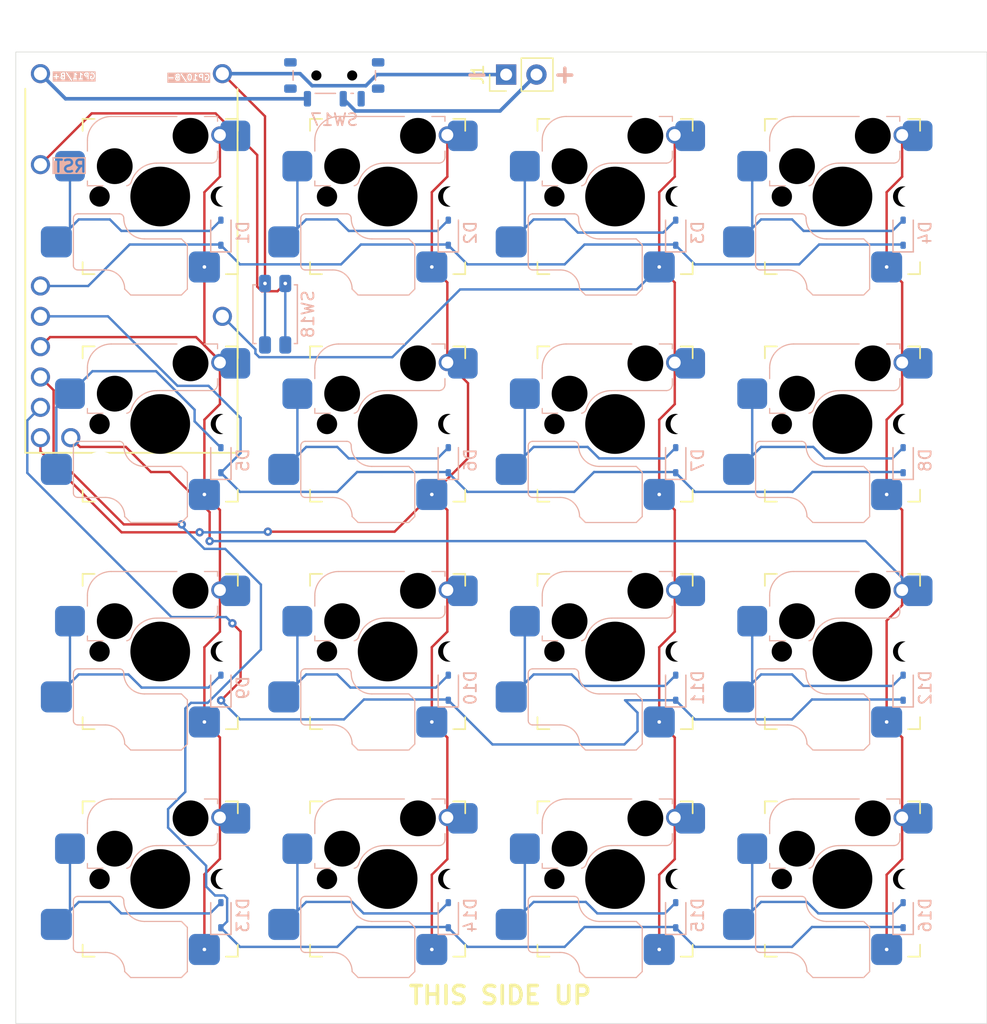
<source format=kicad_pcb>
(kicad_pcb (version 20241229) (generator "pcbnew") (generator_version "9.0")
  (layers (0 "F.Cu" signal) (2 "B.Cu" signal) (13 "F.Paste" user) (15 "B.Paste" user) (5 "F.SilkS" user "F.Silkscreen") (7 "B.SilkS" user "B.Silkscreen") (1 "F.Mask" user) (3 "B.Mask" user) (25 "Edge.Cuts" user))
  (net 0 "")
  (net 1 "ROW0")
  (net 2 "Net-(D1-A)")
  (net 3 "Net-(D2-A)")
  (net 4 "Net-(D3-A)")
  (net 5 "Net-(D4-A)")
  (net 6 "ROW1")
  (net 7 "Net-(D5-A)")
  (net 8 "Net-(D6-A)")
  (net 9 "Net-(D7-A)")
  (net 10 "Net-(D8-A)")
  (net 11 "Net-(D9-A)")
  (net 12 "ROW2")
  (net 13 "Net-(D10-A)")
  (net 14 "Net-(D11-A)")
  (net 15 "Net-(D12-A)")
  (net 16 "ROW3")
  (net 17 "Net-(D13-A)")
  (net 18 "Net-(D14-A)")
  (net 19 "Net-(D15-A)")
  (net 20 "Net-(D16-A)")
  (net 21 "Net-(J1-Pin_1)")
  (net 22 "Net-(J1-Pin_2)")
  (net 23 "COL0")
  (net 24 "COL1")
  (net 25 "COL2")
  (net 26 "COL3")
  (net 27 "Net-(U2-GP11(B+))")
  (net 28 "Net-(U2-RST)")
  (footprint "key-switches:SW_MX_Kailh_Choc_V1V2_HotSwap_Hybrid" (layer "F.Cu") (at 76.2 57.15)
    (property "Reference" "SW7" (hide yes))
    (property "Value" "SW_Push" (hide yes))
  )
  (footprint "key-switches:SW_MX_Kailh_Choc_V1V2_HotSwap_Hybrid" (layer "F.Cu") (at 95.25 76.2)
    (property "Reference" "SW12" (hide yes))
    (property "Value" "SW_Push" (hide yes))
  )
  (footprint "key-switches:SW_MX_Kailh_Choc_V1V2_HotSwap_Hybrid" (layer "F.Cu") (at 76.2 38.1)
    (property "Reference" "SW3" (hide yes))
    (property "Value" "SW_Push" (hide yes))
  )
  (footprint "key-switches:SW_MX_Kailh_Choc_V1V2_HotSwap_Hybrid" (layer "F.Cu") (at 57.15 76.2)
    (property "Reference" "SW10" (hide yes))
    (property "Value" "SW_Push" (hide yes))
  )
  (footprint "Connector_PinHeader_2.54mm:PinHeader_1x02_P2.54mm_Vertical" (layer "F.Cu") (at 67.0764 27.8892 90)
    (property "Reference" "J1")
    (property "Value" "Conn_01x02_Pin")
  )
  (footprint "key-switches:SW_MX_Kailh_Choc_V1V2_HotSwap_Hybrid" (layer "F.Cu") (at 76.2 95.25)
    (property "Reference" "SW15" (hide yes))
    (property "Value" "SW_Push" (hide yes))
  )
  (footprint "key-switches:SW_MX_Kailh_Choc_V1V2_HotSwap_Hybrid" (layer "F.Cu") (at 38.1 57.15)
    (property "Reference" "SW5" (hide yes))
    (property "Value" "SW_Push" (hide yes))
  )
  (footprint "key-switches:SW_MX_Kailh_Choc_V1V2_HotSwap_Hybrid" (layer "F.Cu") (at 76.2 76.2)
    (property "Reference" "SW11" (hide yes))
    (property "Value" "SW_Push" (hide yes))
  )
  (footprint "key-switches:SW_MX_Kailh_Choc_V1V2_HotSwap_Hybrid" (layer "F.Cu") (at 38.1 95.25)
    (property "Reference" "SW13" (hide yes))
    (property "Value" "SW_Push" (hide yes))
  )
  (footprint "key-switches:SW_MX_Kailh_Choc_V1V2_HotSwap_Hybrid" (layer "F.Cu") (at 95.25 57.15)
    (property "Reference" "SW8" (hide yes))
    (property "Value" "SW_Push" (hide yes))
  )
  (footprint "key-switches:SW_MX_Kailh_Choc_V1V2_HotSwap_Hybrid" (layer "F.Cu") (at 57.15 38.1)
    (property "Reference" "SW2" (hide yes))
    (property "Value" "SW_Push" (hide yes))
  )
  (footprint "TheOneProMicro:TheOneProMacro" (layer "F.Cu") (at 36.957 43.053)
    (property "Reference" "U2" (hide yes))
    (property "Value" "ProMicro")
  )
  (footprint "key-switches:SW_MX_Kailh_Choc_V1V2_HotSwap_Hybrid" (layer "F.Cu") (at 95.25 38.1)
    (property "Reference" "SW4" (hide yes))
    (property "Value" "SW_Push" (hide yes))
  )
  (footprint "key-switches:SW_MX_Kailh_Choc_V1V2_HotSwap_Hybrid" (layer "F.Cu") (at 95.25 95.25)
    (property "Reference" "SW16" (hide yes))
    (property "Value" "SW_Push" (hide yes))
  )
  (footprint "key-switches:SW_MX_Kailh_Choc_V1V2_HotSwap_Hybrid" (layer "F.Cu") (at 57.15 57.15)
    (property "Reference" "SW6" (hide yes))
    (property "Value" "SW_Push" (hide yes))
  )
  (footprint "key-switches:SW_MX_Kailh_Choc_V1V2_HotSwap_Hybrid" (layer "F.Cu") (at 38.1 76.2)
    (property "Reference" "SW9" (hide yes))
    (property "Value" "SW_Push" (hide yes))
  )
  (footprint "key-switches:SW_MX_Kailh_Choc_V1V2_HotSwap_Hybrid" (layer "F.Cu") (at 38.1 38.1)
    (property "Reference" "SW1" (hide yes))
    (property "Value" "SW_Push" (hide yes))
  )
  (footprint "key-switches:SW_MX_Kailh_Choc_V1V2_HotSwap_Hybrid" (layer "F.Cu") (at 57.15 95.25)
    (property "Reference" "SW14" (hide yes))
    (property "Value" "SW_Push" (hide yes))
  )
  (footprint "Diode_SMD:D_SOD-323" (layer "B.Cu") (at 81.28 98.28 90)
    (property "Reference" "D15")
    (property "Value" "D")
  )
  (footprint "Button_Switch_SMD:SW_SPDT_Shouhan_MSK12C02" (layer "B.Cu") (at 52.6796 27.9654)
    (property "Reference" "SW17")
    (property "Value" "SW_DIP_x01")
  )
  (footprint "Diode_SMD:D_SOD-323" (layer "B.Cu") (at 43.18 41.13 90)
    (property "Reference" "D1")
    (property "Value" "D")
  )
  (footprint "Diode_SMD:D_SOD-323" (layer "B.Cu") (at 43.18 60.18 90)
    (property "Reference" "D5")
    (property "Value" "D")
  )
  (footprint "Diode_SMD:D_SOD-323" (layer "B.Cu") (at 43.18 98.28 90)
    (property "Reference" "D13")
    (property "Value" "D")
  )
  (footprint "Diode_SMD:D_SOD-323" (layer "B.Cu") (at 81.28 41.13 90)
    (property "Reference" "D3")
    (property "Value" "D")
  )
  (footprint "Diode_SMD:D_SOD-323" (layer "B.Cu") (at 62.23 98.28 90)
    (property "Reference" "D14")
    (property "Value" "D")
  )
  (footprint "Diode_SMD:D_SOD-323" (layer "B.Cu") (at 62.23 60.18 90)
    (property "Reference" "D6")
    (property "Value" "D")
  )
  (footprint "Diode_SMD:D_SOD-323" (layer "B.Cu") (at 100.33 98.28 90)
    (property "Reference" "D16")
    (property "Value" "D")
  )
  (footprint "Diode_SMD:D_SOD-323" (layer "B.Cu") (at 62.23 41.13 90)
    (property "Reference" "D2")
    (property "Value" "D")
  )
  (footprint "Diode_SMD:D_SOD-323" (layer "B.Cu") (at 100.33 41.13 90)
    (property "Reference" "D4")
    (property "Value" "D")
  )
  (footprint "Diode_SMD:D_SOD-323" (layer "B.Cu") (at 100.33 60.18 90)
    (property "Reference" "D8")
    (property "Value" "D")
  )
  (footprint "Button_Switch_SMD:SW_SPST_EVQP2_MiddlePushTravel_H2.5mm" (layer "B.Cu") (at 47.7266 47.9552 90)
    (property "Reference" "SW18")
    (property "Value" "SW_Push")
  )
  (footprint "Diode_SMD:D_SOD-323" (layer "B.Cu") (at 100.33 79.23 90)
    (property "Reference" "D12")
    (property "Value" "D")
  )
  (footprint "Diode_SMD:D_SOD-323" (layer "B.Cu") (at 81.28 79.23 90)
    (property "Reference" "D11")
    (property "Value" "D")
  )
  (footprint "Diode_SMD:D_SOD-323" (layer "B.Cu") (at 81.28 60.18 90)
    (property "Reference" "D7")
    (property "Value" "D")
  )
  (footprint "Diode_SMD:D_SOD-323" (layer "B.Cu") (at 62.23 79.23 90)
    (property "Reference" "D10")
    (property "Value" "D")
  )
  (footprint "Diode_SMD:D_SOD-323" (layer "B.Cu") (at 43.18 79.23 90)
    (property "Reference" "D9")
    (property "Value" "D")
  )
  (gr_rect (start 26 26) (end 107.35 107.35) (stroke (width 0.05)) (fill no) (layer "Edge.Cuts"))
  (gr_text "THIS SIDE UP" (at 66.5734 105.8672 0) (layer "F.SilkS") (effects (font (size 1.5 1.5) (thickness 0.3) (bold yes)) (justify bottom)))
  (gr_text "GP11/B+" (at 32.7406 28.321 0) (layer "B.SilkS" knockout) (effects (font (size 0.5 0.5) (thickness 0.1) (bold yes)) (justify left bottom mirror)))
  (gr_text "-" (at 63.5 28.702 0) (layer "B.SilkS") (effects (font (size 1.5 1.5) (thickness 0.3) (bold yes)) (justify left bottom)))
  (gr_text "+" (at 70.866 28.702 0) (layer "B.SilkS") (effects (font (size 1.5 1.5) (thickness 0.3) (bold yes)) (justify left bottom)))
  (segment (start 62.23 42.18) (end 62.169 42.119) (width 0.2) (layer "B.Cu") (net 1))
  (segment (start 53.247 43.781) (end 44.781 43.781) (width 0.2) (layer "B.Cu") (net 1))
  (segment (start 100.269 42.119) (end 93.2884 42.119) (width 0.2) (layer "B.Cu") (net 1))
  (segment (start 32.067136 45.593) (end 28.067 45.593) (width 0.2) (layer "B.Cu") (net 1))
  (segment (start 93.2884 42.119) (end 91.6264 43.781) (width 0.2) (layer "B.Cu") (net 1))
  (segment (start 82.881 43.781) (end 81.28 42.18) (width 0.2) (layer "B.Cu") (net 1))
  (segment (start 44.781 43.781) (end 43.18 42.18) (width 0.2) (layer "B.Cu") (net 1))
  (segment (start 71.979136 43.781) (end 63.831 43.781) (width 0.2) (layer "B.Cu") (net 1))
  (segment (start 43.18 42.18) (end 43.119 42.119) (width 0.2) (layer "B.Cu") (net 1))
  (segment (start 54.909 42.119) (end 53.247 43.781) (width 0.2) (layer "B.Cu") (net 1))
  (segment (start 91.6264 43.781) (end 82.881 43.781) (width 0.2) (layer "B.Cu") (net 1))
  (segment (start 81.219 42.119) (end 73.641136 42.119) (width 0.2) (layer "B.Cu") (net 1))
  (segment (start 35.541136 42.119) (end 32.067136 45.593) (width 0.2) (layer "B.Cu") (net 1))
  (segment (start 73.641136 42.119) (end 71.979136 43.781) (width 0.2) (layer "B.Cu") (net 1))
  (segment (start 63.831 43.781) (end 62.23 42.18) (width 0.2) (layer "B.Cu") (net 1))
  (segment (start 81.28 42.18) (end 81.219 42.119) (width 0.2) (layer "B.Cu") (net 1))
  (segment (start 62.169 42.119) (end 54.909 42.119) (width 0.2) (layer "B.Cu") (net 1))
  (segment (start 43.119 42.119) (end 35.541136 42.119) (width 0.2) (layer "B.Cu") (net 1))
  (segment (start 100.33 42.18) (end 100.269 42.119) (width 0.2) (layer "B.Cu") (net 1))
  (segment (start 34.841136 40.981) (end 33.879136 40.019) (width 0.2) (layer "B.Cu") (net 2))
  (segment (start 33.879136 40.019) (end 31.281 40.019) (width 0.2) (layer "B.Cu") (net 2))
  (segment (start 30.54 40.76) (end 29.4 41.9) (width 0.2) (layer "B.Cu") (net 2))
  (segment (start 42.279 40.981) (end 34.841136 40.981) (width 0.2) (layer "B.Cu") (net 2))
  (segment (start 30.54 35.56) (end 30.54 40.76) (width 0.2) (layer "B.Cu") (net 2))
  (segment (start 43.18 40.08) (end 42.279 40.981) (width 0.2) (layer "B.Cu") (net 2))
  (segment (start 31.281 40.019) (end 29.4 41.9) (width 0.2) (layer "B.Cu") (net 2))
  (segment (start 52.929136 40.019) (end 50.331 40.019) (width 0.2) (layer "B.Cu") (net 3))
  (segment (start 62.23 40.08) (end 61.329 40.981) (width 0.2) (layer "B.Cu") (net 3))
  (segment (start 50.331 40.019) (end 48.45 41.9) (width 0.2) (layer "B.Cu") (net 3))
  (segment (start 53.891136 40.981) (end 52.929136 40.019) (width 0.2) (layer "B.Cu") (net 3))
  (segment (start 49.59 35.56) (end 49.59 40.76) (width 0.2) (layer "B.Cu") (net 3))
  (segment (start 49.59 40.76) (end 48.45 41.9) (width 0.2) (layer "B.Cu") (net 3))
  (segment (start 61.329 40.981) (end 53.891136 40.981) (width 0.2) (layer "B.Cu") (net 3))
  (segment (start 68.64 40.76) (end 67.5 41.9) (width 0.2) (layer "B.Cu") (net 4))
  (segment (start 68.64 35.56) (end 68.64 40.76) (width 0.2) (layer "B.Cu") (net 4))
  (segment (start 69.381 40.019) (end 67.5 41.9) (width 0.2) (layer "B.Cu") (net 4))
  (segment (start 81.28 40.08) (end 80.239136 41.120864) (width 0.2) (layer "B.Cu") (net 4))
  (segment (start 71.979136 40.019) (end 69.381 40.019) (width 0.2) (layer "B.Cu") (net 4))
  (segment (start 73.081 41.120864) (end 71.979136 40.019) (width 0.2) (layer "B.Cu") (net 4))
  (segment (start 80.239136 41.120864) (end 73.081 41.120864) (width 0.2) (layer "B.Cu") (net 4))
  (segment (start 91.029136 40.019) (end 88.431 40.019) (width 0.2) (layer "B.Cu") (net 5))
  (segment (start 100.33 40.08) (end 99.429 40.981) (width 0.2) (layer "B.Cu") (net 5))
  (segment (start 91.991136 40.981) (end 91.029136 40.019) (width 0.2) (layer "B.Cu") (net 5))
  (segment (start 87.69 35.56) (end 87.69 40.76) (width 0.2) (layer "B.Cu") (net 5))
  (segment (start 88.431 40.019) (end 86.55 41.9) (width 0.2) (layer "B.Cu") (net 5))
  (segment (start 99.429 40.981) (end 91.991136 40.981) (width 0.2) (layer "B.Cu") (net 5))
  (segment (start 87.69 40.76) (end 86.55 41.9) (width 0.2) (layer "B.Cu") (net 5))
  (segment (start 43.18 61.23) (end 44.8319 59.5781) (width 0.2) (layer "B.Cu") (net 6))
  (segment (start 44.8319 59.5781) (end 44.8319 56.63973) (width 0.2) (layer "B.Cu") (net 6))
  (segment (start 42.14317 53.951) (end 39.542449 53.951) (width 0.2) (layer "B.Cu") (net 6))
  (segment (start 52.929136 62.831) (end 44.781 62.831) (width 0.2) (layer "B.Cu") (net 6))
  (segment (start 54.591136 61.169) (end 52.929136 62.831) (width 0.2) (layer "B.Cu") (net 6))
  (segment (start 74.4416 61.169) (end 72.7796 62.831) (width 0.2) (layer "B.Cu") (net 6))
  (segment (start 62.169 61.169) (end 54.591136 61.169) (width 0.2) (layer "B.Cu") (net 6))
  (segment (start 72.7796 62.831) (end 63.831 62.831) (width 0.2) (layer "B.Cu") (net 6))
  (segment (start 81.28 61.23) (end 81.219 61.169) (width 0.2) (layer "B.Cu") (net 6))
  (segment (start 63.831 62.831) (end 62.23 61.23) (width 0.2) (layer "B.Cu") (net 6))
  (segment (start 82.881 62.831) (end 81.28 61.23) (width 0.2) (layer "B.Cu") (net 6))
  (segment (start 44.781 62.831) (end 43.18 61.23) (width 0.2) (layer "B.Cu") (net 6))
  (segment (start 100.269 61.169) (end 92.7296 61.169) (width 0.2) (layer "B.Cu") (net 6))
  (segment (start 91.0676 62.831) (end 82.881 62.831) (width 0.2) (layer "B.Cu") (net 6))
  (segment (start 62.23 61.23) (end 62.169 61.169) (width 0.2) (layer "B.Cu") (net 6))
  (segment (start 81.219 61.169) (end 74.4416 61.169) (width 0.2) (layer "B.Cu") (net 6))
  (segment (start 44.8319 56.63973) (end 42.14317 53.951) (width 0.2) (layer "B.Cu") (net 6))
  (segment (start 92.7296 61.169) (end 91.0676 62.831) (width 0.2) (layer "B.Cu") (net 6))
  (segment (start 39.542449 53.951) (end 33.724449 48.133) (width 0.2) (layer "B.Cu") (net 6))
  (segment (start 33.724449 48.133) (end 28.067 48.133) (width 0.2) (layer "B.Cu") (net 6))
  (segment (start 100.33 61.23) (end 100.269 61.169) (width 0.2) (layer "B.Cu") (net 6))
  (segment (start 29.4 55.75) (end 29.4 60.95) (width 0.2) (layer "B.Cu") (net 7))
  (segment (start 43.18 59.13) (end 40.981 56.931) (width 0.2) (layer "B.Cu") (net 7))
  (segment (start 37.753349 52.729) (end 32.421 52.729) (width 0.2) (layer "B.Cu") (net 7))
  (segment (start 32.421 52.729) (end 30.54 54.61) (width 0.2) (layer "B.Cu") (net 7))
  (segment (start 30.54 54.61) (end 29.4 55.75) (width 0.2) (layer "B.Cu") (net 7))
  (segment (start 40.981 56.931) (end 40.981 55.956651) (width 0.2) (layer "B.Cu") (net 7))
  (segment (start 40.981 55.956651) (end 37.753349 52.729) (width 0.2) (layer "B.Cu") (net 7))
  (segment (start 52.929136 59.069) (end 50.331 59.069) (width 0.2) (layer "B.Cu") (net 8))
  (segment (start 61.329 60.031) (end 53.891136 60.031) (width 0.2) (layer "B.Cu") (net 8))
  (segment (start 53.891136 60.031) (end 52.929136 59.069) (width 0.2) (layer "B.Cu") (net 8))
  (segment (start 62.23 59.13) (end 61.329 60.031) (width 0.2) (layer "B.Cu") (net 8))
  (segment (start 50.331 59.069) (end 48.45 60.95) (width 0.2) (layer "B.Cu") (net 8))
  (segment (start 49.59 59.81) (end 48.45 60.95) (width 0.2) (layer "B.Cu") (net 8))
  (segment (start 49.59 54.61) (end 49.59 59.81) (width 0.2) (layer "B.Cu") (net 8))
  (segment (start 73.9026 59.069) (end 69.381 59.069) (width 0.2) (layer "B.Cu") (net 9))
  (segment (start 80.379 60.031) (end 74.8646 60.031) (width 0.2) (layer "B.Cu") (net 9))
  (segment (start 68.64 59.81) (end 67.5 60.95) (width 0.2) (layer "B.Cu") (net 9))
  (segment (start 68.64 54.61) (end 68.64 59.81) (width 0.2) (layer "B.Cu") (net 9))
  (segment (start 74.8646 60.031) (end 73.9026 59.069) (width 0.2) (layer "B.Cu") (net 9))
  (segment (start 69.381 59.069) (end 67.5 60.95) (width 0.2) (layer "B.Cu") (net 9))
  (segment (start 81.28 59.13) (end 80.379 60.031) (width 0.2) (layer "B.Cu") (net 9))
  (segment (start 87.69 59.81) (end 86.55 60.95) (width 0.2) (layer "B.Cu") (net 10))
  (segment (start 88.431 59.069) (end 86.55 60.95) (width 0.2) (layer "B.Cu") (net 10))
  (segment (start 92.8002 59.069) (end 88.431 59.069) (width 0.2) (layer "B.Cu") (net 10))
  (segment (start 93.7622 60.031) (end 92.8002 59.069) (width 0.2) (layer "B.Cu") (net 10))
  (segment (start 99.429 60.031) (end 93.7622 60.031) (width 0.2) (layer "B.Cu") (net 10))
  (segment (start 100.33 59.13) (end 99.429 60.031) (width 0.2) (layer "B.Cu") (net 10))
  (segment (start 87.69 54.61) (end 87.69 59.81) (width 0.2) (layer "B.Cu") (net 10))
  (segment (start 30.54 73.66) (end 30.54 78.86) (width 0.2) (layer "B.Cu") (net 11))
  (segment (start 30.54 78.86) (end 29.4 80) (width 0.2) (layer "B.Cu") (net 11))
  (segment (start 35.437408 78.119) (end 31.281 78.119) (width 0.2) (layer "B.Cu") (net 11))
  (segment (start 31.281 78.119) (end 29.4 80) (width 0.2) (layer "B.Cu") (net 11))
  (segment (start 43.18 78.18) (end 42.139136 79.220864) (width 0.2) (layer "B.Cu") (net 11))
  (segment (start 36.539272 79.220864) (end 35.437408 78.119) (width 0.2) (layer "B.Cu") (net 11))
  (segment (start 42.139136 79.220864) (end 36.539272 79.220864) (width 0.2) (layer "B.Cu") (net 11))
  (segment (start 44.8319 78.659446) (end 44.8319 74.5245) (width 0.2) (layer "F.Cu") (net 12))
  (segment (start 44.8319 74.5245) (end 44.1452 73.8378) (width 0.2) (layer "F.Cu") (net 12))
  (segment (start 43.195673 80.295673) (end 44.8319 78.659446) (width 0.2) (layer "F.Cu") (net 12))
  (via (at 44.1452 73.8378) (size 0.7) (drill 0.3) (layers "F.Cu" "B.Cu") (net 12))
  (via (at 43.195673 80.295673) (size 0.7) (drill 0.3) (layers "F.Cu" "B.Cu") (net 12))
  (segment (start 78.081 82.879136) (end 76.979136 83.981) (width 0.2) (layer "B.Cu") (net 12))
  (segment (start 55.163 80.219) (end 53.501 81.881) (width 0.2) (layer "B.Cu") (net 12))
  (segment (start 44.781 81.881) (end 43.18 80.28) (width 0.2) (layer "B.Cu") (net 12))
  (segment (start 65.931 83.981) (end 62.23 80.28) (width 0.2) (layer "B.Cu") (net 12))
  (segment (start 100.33 80.28) (end 100.269 80.219) (width 0.2) (layer "B.Cu") (net 12))
  (segment (start 82.881 81.881) (end 81.28 80.28) (width 0.2) (layer "B.Cu") (net 12))
  (segment (start 39.041014 73.319) (end 26.966 61.243986) (width 0.2) (layer "B.Cu") (net 12))
  (segment (start 44.1452 73.8378) (end 43.6264 73.319) (width 0.2) (layer "B.Cu") (net 12))
  (segment (start 53.501 81.881) (end 44.781 81.881) (width 0.2) (layer "B.Cu") (net 12))
  (segment (start 43.6264 73.319) (end 39.041014 73.319) (width 0.2) (layer "B.Cu") (net 12))
  (segment (start 26.966 56.854) (end 28.067 55.753) (width 0.2) (layer "B.Cu") (net 12))
  (segment (start 78.081 81.320864) (end 78.081 82.879136) (width 0.2) (layer "B.Cu") (net 12))
  (segment (start 100.269 80.219) (end 92.691136 80.219) (width 0.2) (layer "B.Cu") (net 12))
  (segment (start 62.169 80.219) (end 55.163 80.219) (width 0.2) (layer "B.Cu") (net 12))
  (segment (start 77.040136 80.28) (end 78.081 81.320864) (width 0.2) (layer "B.Cu") (net 12))
  (segment (start 92.691136 80.219) (end 91.029136 81.881) (width 0.2) (layer "B.Cu") (net 12))
  (segment (start 62.23 80.28) (end 62.169 80.219) (width 0.2) (layer "B.Cu") (net 12))
  (segment (start 43.18 80.28) (end 43.195673 80.295673) (width 0.2) (layer "B.Cu") (net 12))
  (segment (start 91.029136 81.881) (end 82.881 81.881) (width 0.2) (layer "B.Cu") (net 12))
  (segment (start 76.979136 83.981) (end 65.931 83.981) (width 0.2) (layer "B.Cu") (net 12))
  (segment (start 81.28 80.28) (end 77.040136 80.28) (width 0.2) (layer "B.Cu") (net 12))
  (segment (start 26.966 61.243986) (end 26.966 56.854) (width 0.2) (layer "B.Cu") (net 12))
  (segment (start 52.929136 78.119) (end 50.331 78.119) (width 0.2) (layer "B.Cu") (net 13))
  (segment (start 54.031 79.220864) (end 52.929136 78.119) (width 0.2) (layer "B.Cu") (net 13))
  (segment (start 61.189136 79.220864) (end 54.031 79.220864) (width 0.2) (layer "B.Cu") (net 13))
  (segment (start 49.59 78.86) (end 48.45 80) (width 0.2) (layer "B.Cu") (net 13))
  (segment (start 62.23 78.18) (end 61.189136 79.220864) (width 0.2) (layer "B.Cu") (net 13))
  (segment (start 49.59 73.66) (end 49.59 78.86) (width 0.2) (layer "B.Cu") (net 13))
  (segment (start 50.331 78.119) (end 48.45 80) (width 0.2) (layer "B.Cu") (net 13))
  (segment (start 69.381 78.119) (end 67.5 80) (width 0.2) (layer "B.Cu") (net 14))
  (segment (start 80.379 79.081) (end 73.5184 79.081) (width 0.2) (layer "B.Cu") (net 14))
  (segment (start 68.64 78.86) (end 67.5 80) (width 0.2) (layer "B.Cu") (net 14))
  (segment (start 72.5564 78.119) (end 69.381 78.119) (width 0.2) (layer "B.Cu") (net 14))
  (segment (start 81.28 78.18) (end 80.379 79.081) (width 0.2) (layer "B.Cu") (net 14))
  (segment (start 68.64 73.66) (end 68.64 78.86) (width 0.2) (layer "B.Cu") (net 14))
  (segment (start 73.5184 79.081) (end 72.5564 78.119) (width 0.2) (layer "B.Cu") (net 14))
  (segment (start 88.431 78.119) (end 86.55 80) (width 0.2) (layer "B.Cu") (net 15))
  (segment (start 87.69 73.66) (end 87.69 78.86) (width 0.2) (layer "B.Cu") (net 15))
  (segment (start 100.33 78.18) (end 99.429 79.081) (width 0.2) (layer "B.Cu") (net 15))
  (segment (start 91.991136 79.081) (end 91.029136 78.119) (width 0.2) (layer "B.Cu") (net 15))
  (segment (start 99.429 79.081) (end 91.991136 79.081) (width 0.2) (layer "B.Cu") (net 15))
  (segment (start 87.69 78.86) (end 86.55 80) (width 0.2) (layer "B.Cu") (net 15))
  (segment (start 91.029136 78.119) (end 88.431 78.119) (width 0.2) (layer "B.Cu") (net 15))
  (segment (start 28.067 53.213) (end 29.168 54.314) (width 0.2) (layer "F.Cu") (net 16))
  (segment (start 35.047264 65.5574) (end 39.9034 65.5574) (width 0.2) (layer "F.Cu") (net 16))
  (segment (start 29.168 59.678136) (end 35.047264 65.5574) (width 0.2) (layer "F.Cu") (net 16))
  (segment (start 29.168 54.314) (end 29.168 59.678136) (width 0.2) (layer "F.Cu") (net 16))
  (via (at 39.9034 65.5574) (size 0.7) (drill 0.3) (layers "F.Cu" "B.Cu") (net 16))
  (segment (start 41.8018 67.6054) (end 43.540458 67.6054) (width 0.2) (layer "B.Cu") (net 16))
  (segment (start 71.979136 100.931) (end 63.831 100.931) (width 0.2) (layer "B.Cu") (net 16))
  (segment (start 44.781 100.931) (end 43.18 99.33) (width 0.2) (layer "B.Cu") (net 16))
  (segment (start 91.029136 100.931) (end 82.881 100.931) (width 0.2) (layer "B.Cu") (net 16))
  (segment (start 42.6918 96.629) (end 43.466894 96.629) (width 0.2) (layer "B.Cu") (net 16))
  (segment (start 40.199 80.973014) (end 40.199 87.950864) (width 0.2) (layer "B.Cu") (net 16))
  (segment (start 54.591136 99.269) (end 52.929136 100.931) (width 0.2) (layer "B.Cu") (net 16))
  (segment (start 43.706 98.804) (end 43.18 99.33) (width 0.2) (layer "B.Cu") (net 16))
  (segment (start 81.28 99.33) (end 81.219 99.269) (width 0.2) (layer "B.Cu") (net 16))
  (segment (start 92.691136 99.269) (end 91.029136 100.931) (width 0.2) (layer "B.Cu") (net 16))
  (segment (start 39.9034 65.5574) (end 39.9034 65.707) (width 0.2) (layer "B.Cu") (net 16))
  (segment (start 100.269 99.269) (end 92.691136 99.269) (width 0.2) (layer "B.Cu") (net 16))
  (segment (start 100.33 99.33) (end 100.269 99.269) (width 0.2) (layer "B.Cu") (net 16))
  (segment (start 40.199 87.950864) (end 38.759 89.390864) (width 0.2) (layer "B.Cu") (net 16))
  (segment (start 63.831 100.931) (end 62.23 99.33) (width 0.2) (layer "B.Cu") (net 16))
  (segment (start 41.949 94.139136) (end 41.949 95.8862) (width 0.2) (layer "B.Cu") (net 16))
  (segment (start 43.540458 67.6054) (end 46.5328 70.597742) (width 0.2) (layer "B.Cu") (net 16))
  (segment (start 46.5328 76.039306) (end 42.073106 80.499) (width 0.2) (layer "B.Cu") (net 16))
  (segment (start 52.929136 100.931) (end 44.781 100.931) (width 0.2) (layer "B.Cu") (net 16))
  (segment (start 41.949 95.8862) (end 42.6918 96.629) (width 0.2) (layer "B.Cu") (net 16))
  (segment (start 43.706 96.868106) (end 43.706 98.804) (width 0.2) (layer "B.Cu") (net 16))
  (segment (start 40.673014 80.499) (end 40.199 80.973014) (width 0.2) (layer "B.Cu") (net 16))
  (segment (start 46.5328 70.597742) (end 46.5328 76.039306) (width 0.2) (layer "B.Cu") (net 16))
  (segment (start 42.073106 80.499) (end 40.673014 80.499) (width 0.2) (layer "B.Cu") (net 16))
  (segment (start 62.169 99.269) (end 54.591136 99.269) (width 0.2) (layer "B.Cu") (net 16))
  (segment (start 82.881 100.931) (end 81.28 99.33) (width 0.2) (layer "B.Cu") (net 16))
  (segment (start 43.466894 96.629) (end 43.706 96.868106) (width 0.2) (layer "B.Cu") (net 16))
  (segment (start 62.23 99.33) (end 62.169 99.269) (width 0.2) (layer "B.Cu") (net 16))
  (segment (start 38.759 90.949136) (end 41.949 94.139136) (width 0.2) (layer "B.Cu") (net 16))
  (segment (start 39.9034 65.707) (end 41.8018 67.6054) (width 0.2) (layer "B.Cu") (net 16))
  (segment (start 38.759 89.390864) (end 38.759 90.949136) (width 0.2) (layer "B.Cu") (net 16))
  (segment (start 81.219 99.269) (end 73.641136 99.269) (width 0.2) (layer "B.Cu") (net 16))
  (segment (start 73.641136 99.269) (end 71.979136 100.931) (width 0.2) (layer "B.Cu") (net 16))
  (segment (start 42.279 98.131) (end 34.841136 98.131) (width 0.2) (layer "B.Cu") (net 17))
  (segment (start 30.54 97.91) (end 29.4 99.05) (width 0.2) (layer "B.Cu") (net 17))
  (segment (start 34.841136 98.131) (end 33.879136 97.169) (width 0.2) (layer "B.Cu") (net 17))
  (segment (start 30.54 92.71) (end 30.54 97.91) (width 0.2) (layer "B.Cu") (net 17))
  (segment (start 43.18 97.23) (end 42.279 98.131) (width 0.2) (layer "B.Cu") (net 17))
  (segment (start 31.281 97.169) (end 29.4 99.05) (width 0.2) (layer "B.Cu") (net 17))
  (segment (start 33.879136 97.169) (end 31.281 97.169) (width 0.2) (layer "B.Cu") (net 17))
  (segment (start 49.59 92.71) (end 49.59 97.91) (width 0.2) (layer "B.Cu") (net 18))
  (segment (start 62.23 97.23) (end 61.329 98.131) (width 0.2) (layer "B.Cu") (net 18))
  (segment (start 50.331 97.169) (end 48.45 99.05) (width 0.2) (layer "B.Cu") (net 18))
  (segment (start 49.59 97.91) (end 48.45 99.05) (width 0.2) (layer "B.Cu") (net 18))
  (segment (start 54.1758 97.169) (end 50.331 97.169) (width 0.2) (layer "B.Cu") (net 18))
  (segment (start 61.329 98.131) (end 55.1378 98.131) (width 0.2) (layer "B.Cu") (net 18))
  (segment (start 55.1378 98.131) (end 54.1758 97.169) (width 0.2) (layer "B.Cu") (net 18))
  (segment (start 73.7502 97.169) (end 69.381 97.169) (width 0.2) (layer "B.Cu") (net 19))
  (segment (start 81.28 97.23) (end 80.379 98.131) (width 0.2) (layer "B.Cu") (net 19))
  (segment (start 80.379 98.131) (end 74.7122 98.131) (width 0.2) (layer "B.Cu") (net 19))
  (segment (start 74.7122 98.131) (end 73.7502 97.169) (width 0.2) (layer "B.Cu") (net 19))
  (segment (start 68.64 97.91) (end 67.5 99.05) (width 0.2) (layer "B.Cu") (net 19))
  (segment (start 69.381 97.169) (end 67.5 99.05) (width 0.2) (layer "B.Cu") (net 19))
  (segment (start 68.64 92.71) (end 68.64 97.91) (width 0.2) (layer "B.Cu") (net 19))
  (segment (start 87.69 97.91) (end 86.55 99.05) (width 0.2) (layer "B.Cu") (net 20))
  (segment (start 92.2668 97.169) (end 88.431 97.169) (width 0.2) (layer "B.Cu") (net 20))
  (segment (start 88.431 97.169) (end 86.55 99.05) (width 0.2) (layer "B.Cu") (net 20))
  (segment (start 100.33 97.23) (end 99.429 98.131) (width 0.2) (layer "B.Cu") (net 20))
  (segment (start 93.2288 98.131) (end 92.2668 97.169) (width 0.2) (layer "B.Cu") (net 20))
  (segment (start 99.429 98.131) (end 93.2288 98.131) (width 0.2) (layer "B.Cu") (net 20))
  (segment (start 87.69 92.71) (end 87.69 97.91) (width 0.2) (layer "B.Cu") (net 20))
  (segment (start 43.307 27.813) (end 46.8766 31.3826) (width 0.2) (layer "F.Cu") (net 21))
  (segment (start 46.8766 31.3826) (end 46.8766 45.3802) (width 0.2) (layer "F.Cu") (net 21))
  (via (at 46.8766 45.3802) (size 0.7) (drill 0.3) (layers "F.Cu" "B.Cu") (net 21))
  (segment (start 43.307 27.813) (end 49.816633 27.813) (width 0.3) (layer "B.Cu") (net 21))
  (segment (start 50.825033 28.8214) (end 55.324874 28.8214) (width 0.3) (layer "B.Cu") (net 21))
  (segment (start 49.816633 27.813) (end 50.825033 28.8214) (width 0.3) (layer "B.Cu") (net 21))
  (segment (start 55.324874 28.8214) (end 56.257074 27.8892) (width 0.3) (layer "B.Cu") (net 21))
  (segment (start 46.8766 50.5302) (end 46.8766 45.3802) (width 0.2) (layer "B.Cu") (net 21))
  (segment (start 56.257074 27.8892) (end 67.0764 27.8892) (width 0.3) (layer "B.Cu") (net 21))
  (segment (start 69.6164 27.8892) (end 66.5684 30.9372) (width 0.3) (layer "B.Cu") (net 22))
  (segment (start 54.4514 30.9372) (end 53.4296 29.9154) (width 0.3) (layer "B.Cu") (net 22))
  (segment (start 66.5684 30.9372) (end 54.4514 30.9372) (width 0.3) (layer "B.Cu") (net 22))
  (segment (start 41.8 50.569864) (end 43.1 51.869864) (width 0.2) (layer "F.Cu") (net 23))
  (segment (start 41.8 63.05) (end 43.1 64.35) (width 0.2) (layer "F.Cu") (net 23))
  (segment (start 28.866999 49.873001) (end 41.103137 49.873001) (width 0.2) (layer "F.Cu") (net 23))
  (segment (start 28.067 50.673) (end 28.866999 49.873001) (width 0.2) (layer "F.Cu") (net 23))
  (segment (start 43.1 83.4) (end 43.1 90.1) (width 0.2) (layer "F.Cu") (net 23))
  (segment (start 43.1 93.5638) (end 41.8 94.8638) (width 0.2) (layer "F.Cu") (net 23))
  (segment (start 41.8 82.1) (end 43.1 83.4) (width 0.2) (layer "F.Cu") (net 23))
  (segment (start 41.8 94.8638) (end 41.8 101.15) (width 0.2) (layer "F.Cu") (net 23))
  (segment (start 41.8 37.739103) (end 41.8 44) (width 0.2) (layer "F.Cu") (net 23))
  (segment (start 43.1 90.1) (end 43.1 93.5638) (width 0.2) (layer "F.Cu") (net 23))
  (segment (start 43.1 52) (end 43.1 55.489103) (width 0.2) (layer "F.Cu") (net 23))
  (segment (start 43.1 71.05) (end 43.1 74.539103) (width 0.2) (layer "F.Cu") (net 23))
  (segment (start 43.1 64.35) (end 43.1 71.05) (width 0.2) (layer "F.Cu") (net 23))
  (segment (start 41.8 75.839103) (end 41.8 82.1) (width 0.2) (layer "F.Cu") (net 23))
  (segment (start 43.1 55.489103) (end 41.8 56.789103) (width 0.2) (layer "F.Cu") (net 23))
  (segment (start 43.1 74.539103) (end 41.8 75.839103) (width 0.2) (layer "F.Cu") (net 23))
  (segment (start 41.103137 49.873001) (end 43.1 51.869864) (width 0.2) (layer "F.Cu") (net 23))
  (segment (start 41.8 56.789103) (end 41.8 63.05) (width 0.2) (layer "F.Cu") (net 23))
  (segment (start 43.1 51.869864) (end 43.1 52) (width 0.2) (layer "F.Cu") (net 23))
  (segment (start 43.1 32.95) (end 43.1 36.439103) (width 0.2) (layer "F.Cu") (net 23))
  (segment (start 41.8 44) (end 41.8 50.569864) (width 0.2) (layer "F.Cu") (net 23))
  (segment (start 43.1 36.439103) (end 41.8 37.739103) (width 0.2) (layer "F.Cu") (net 23))
  (via (at 41.8 63.05) (size 0.7) (drill 0.3) (layers "F.Cu" "B.Cu") (net 23))
  (via (at 41.8 82.1) (size 0.7) (drill 0.3) (layers "F.Cu" "B.Cu") (net 23))
  (via (at 41.8 101.15) (size 0.7) (drill 0.3) (layers "F.Cu" "B.Cu") (net 23))
  (via (at 41.8 44) (size 0.7) (drill 0.3) (layers "F.Cu" "B.Cu") (net 23))
  (segment (start 60.85 37.739103) (end 60.85 44) (width 0.2) (layer "F.Cu") (net 24))
  (segment (start 28.067 59.42437) (end 34.86043 66.2178) (width 0.2) (layer "F.Cu") (net 24))
  (segment (start 34.86043 66.2178) (end 41.402 66.2178) (width 0.2) (layer "F.Cu") (net 24))
  (segment (start 62.15 64.35) (end 62.15 71.05) (width 0.2) (layer "F.Cu") (net 24))
  (segment (start 63.8819 60.0181) (end 60.85 63.05) (width 0.2) (layer "F.Cu") (net 24))
  (segment (start 62.15 52) (end 63.8819 53.7319) (width 0.2) (layer "F.Cu") (net 24))
  (segment (start 60.85 75.839103) (end 60.85 82.1) (width 0.2) (layer "F.Cu") (net 24))
  (segment (start 62.15 90.1) (end 62.15 93.589103) (width 0.2) (layer "F.Cu") (net 24))
  (segment (start 62.15 93.589103) (end 60.85 94.889103) (width 0.2) (layer "F.Cu") (net 24))
  (segment (start 60.85 82.1) (end 62.15 83.4) (width 0.2) (layer "F.Cu") (net 24))
  (segment (start 62.15 45.3) (end 62.15 52) (width 0.2) (layer "F.Cu") (net 24))
  (segment (start 62.15 71.05) (end 62.15 74.539103) (width 0.2) (layer "F.Cu") (net 24))
  (segment (start 62.15 74.539103) (end 60.85 75.839103) (width 0.2) (layer "F.Cu") (net 24))
  (segment (start 60.85 44) (end 62.15 45.3) (width 0.2) (layer "F.Cu") (net 24))
  (segment (start 60.85 94.889103) (end 60.85 101.15) (width 0.2) (layer "F.Cu") (net 24))
  (segment (start 47.117 66.167) (end 57.733 66.167) (width 0.2) (layer "F.Cu") (net 24))
  (segment (start 62.15 32.95) (end 62.15 36.439103) (width 0.2) (layer "F.Cu") (net 24))
  (segment (start 28.067 58.293) (end 28.067 59.42437) (width 0.2) (layer "F.Cu") (net 24))
  (segment (start 57.733 66.167) (end 60.85 63.05) (width 0.2) (layer "F.Cu") (net 24))
  (segment (start 63.8819 53.7319) (end 63.8819 60.0181) (width 0.2) (layer "F.Cu") (net 24))
  (segment (start 62.15 83.4) (end 62.15 90.1) (width 0.2) (layer "F.Cu") (net 24))
  (segment (start 60.85 63.05) (end 62.15 64.35) (width 0.2) (layer "F.Cu") (net 24))
  (segment (start 62.15 36.439103) (end 60.85 37.739103) (width 0.2) (layer "F.Cu") (net 24))
  (via (at 60.85 82.1) (size 0.7) (drill 0.3) (layers "F.Cu" "B.Cu") (net 24))
  (via (at 47.117 66.167) (size 0.7) (drill 0.3) (layers "F.Cu" "B.Cu") (net 24))
  (via (at 60.85 44) (size 0.7) (drill 0.3) (layers "F.Cu" "B.Cu") (net 24))
  (via (at 41.402 66.2178) (size 0.7) (drill 0.3) (layers "F.Cu" "B.Cu") (net 24))
  (via (at 60.85 101.15) (size 0.7) (drill 0.3) (layers "F.Cu" "B.Cu") (net 24))
  (via (at 60.85 63.05) (size 0.7) (drill 0.3) (layers "F.Cu" "B.Cu") (net 24))
  (segment (start 41.402 66.2178) (end 47.0662 66.2178) (width 0.2) (layer "B.Cu") (net 24))
  (segment (start 47.0662 66.2178) (end 47.117 66.167) (width 0.2) (layer "B.Cu") (net 24))
  (segment (start 81.2 55.489103) (end 79.9 56.789103) (width 0.2) (layer "F.Cu") (net 25))
  (segment (start 81.2 71.05) (end 81.2 74.539103) (width 0.2) (layer "F.Cu") (net 25))
  (segment (start 81.2 83.4) (end 81.2 90.1) (width 0.2) (layer "F.Cu") (net 25))
  (segment (start 79.9 82.1) (end 81.2 83.4) (width 0.2) (layer "F.Cu") (net 25))
  (segment (start 79.9 44) (end 81.2 45.3) (width 0.2) (layer "F.Cu") (net 25))
  (segment (start 81.2 45.3) (end 81.2 52) (width 0.2) (layer "F.Cu") (net 25))
  (segment (start 81.2 36.439103) (end 79.9 37.739103) (width 0.2) (layer "F.Cu") (net 25))
  (segment (start 81.2 64.35) (end 81.2 71.05) (width 0.2) (layer "F.Cu") (net 25))
  (segment (start 79.9 75.839103) (end 79.9 82.1) (width 0.2) (layer "F.Cu") (net 25))
  (segment (start 79.9 56.789103) (end 79.9 63.05) (width 0.2) (layer "F.Cu") (net 25))
  (segment (start 79.9 94.889103) (end 79.9 101.15) (width 0.2) (layer "F.Cu") (net 25))
  (segment (start 79.9 63.05) (end 81.2 64.35) (width 0.2) (layer "F.Cu") (net 25))
  (segment (start 81.2 32.95) (end 81.2 36.439103) (width 0.2) (layer "F.Cu") (net 25))
  (segment (start 81.2 90.1) (end 81.2 93.589103) (width 0.2) (layer "F.Cu") (net 25))
  (segment (start 81.2 52) (end 81.2 55.489103) (width 0.2) (layer "F.Cu") (net 25))
  (segment (start 81.2 74.539103) (end 79.9 75.839103) (width 0.2) (layer "F.Cu") (net 25))
  (segment (start 81.2 93.589103) (end 79.9 94.889103) (width 0.2) (layer "F.Cu") (net 25))
  (segment (start 79.9 37.739103) (end 79.9 44) (width 0.2) (layer "F.Cu") (net 25))
  (via (at 79.9 82.1) (size 0.7) (drill 0.3) (layers "F.Cu" "B.Cu") (net 25))
  (via (at 79.9 44) (size 0.7) (drill 0.3) (layers "F.Cu" "B.Cu") (net 25))
  (via (at 79.9 63.05) (size 0.7) (drill 0.3) (layers "F.Cu" "B.Cu") (net 25))
  (via (at 79.9 101.15) (size 0.7) (drill 0.3) (layers "F.Cu" "B.Cu") (net 25))
  (segment (start 46.39144 51.5562) (end 57.543664 51.5562) (width 0.2) (layer "B.Cu") (net 25))
  (segment (start 63.218864 45.881) (end 78.019 45.881) (width 0.2) (layer "B.Cu") (net 25))
  (segment (start 57.543664 51.5562) (end 63.218864 45.881) (width 0.2) (layer "B.Cu") (net 25))
  (segment (start 46.0756 50.9016) (end 46.0756 51.24036) (width 0.2) (layer "B.Cu") (net 25))
  (segment (start 78.019 45.881) (end 79.9 44) (width 0.2) (layer "B.Cu") (net 25))
  (segment (start 46.0756 51.24036) (end 46.39144 51.5562) (width 0.2) (layer "B.Cu") (net 25))
  (segment (start 43.307 48.133) (end 46.0756 50.9016) (width 0.2) (layer "B.Cu") (net 25))
  (segment (start 98.95 44) (end 100.25 45.3) (width 0.2) (layer "F.Cu") (net 26))
  (segment (start 100.25 32.95) (end 100.25 36.439103) (width 0.2) (layer "F.Cu") (net 26))
  (segment (start 98.95 56.789103) (end 98.95 63.05) (width 0.2) (layer "F.Cu") (net 26))
  (segment (start 98.95 73.6176) (end 98.95 82.1) (width 0.2) (layer "F.Cu") (net 26))
  (segment (start 30.607 58.293) (end 31.383 59.069) (width 0.2) (layer "F.Cu") (net 26))
  (segment (start 31.383 59.069) (end 35.220864 59.069) (width 0.2) (layer "F.Cu") (net 26))
  (segment (start 100.25 55.489103) (end 98.95 56.789103) (width 0.2) (layer "F.Cu") (net 26))
  (segment (start 42.2402 64.530064) (end 42.2402 66.9544) (width 0.2) (layer "F.Cu") (net 26))
  (segment (start 100.25 52) (end 100.25 55.489103) (width 0.2) (layer "F.Cu") (net 26))
  (segment (start 100.25 71.05) (end 100.25 72.3176) (width 0.2) (layer "F.Cu") (net 26))
  (segment (start 100.25 93.589103) (end 98.95 94.889103) (width 0.2) (layer "F.Cu") (net 26))
  (segment (start 37.320864 61.169) (end 38.879136 61.169) (width 0.2) (layer "F.Cu") (net 26))
  (segment (start 100.25 72.3176) (end 98.95 73.6176) (width 0.2) (layer "F.Cu") (net 26))
  (segment (start 100.25 36.439103) (end 98.95 37.739103) (width 0.2) (layer "F.Cu") (net 26))
  (segment (start 98.95 82.1) (end 100.25 83.4) (width 0.2) (layer "F.Cu") (net 26))
  (segment (start 35.220864 59.069) (end 37.320864 61.169) (width 0.2) (layer "F.Cu") (net 26))
  (segment (start 98.95 37.739103) (end 98.95 44) (width 0.2) (layer "F.Cu") (net 26))
  (segment (start 100.25 64.35) (end 100.25 71.05) (width 0.2) (layer "F.Cu") (net 26))
  (segment (start 100.25 83.4) (end 100.25 90.1) (width 0.2) (layer "F.Cu") (net 26))
  (segment (start 98.95 94.889103) (end 98.95 101.15) (width 0.2) (layer "F.Cu") (net 26))
  (segment (start 38.879136 61.169) (end 42.2402 64.530064) (width 0.2) (layer "F.Cu") (net 26))
  (segment (start 98.95 63.05) (end 100.25 64.35) (width 0.2) (layer "F.Cu") (net 26))
  (segment (start 100.25 90.1) (end 100.25 93.589103) (width 0.2) (layer "F.Cu") (net 26))
  (segment (start 100.25 45.3) (end 100.25 52) (width 0.2) (layer "F.Cu") (net 26))
  (via (at 98.95 44) (size 0.7) (drill 0.3) (layers "F.Cu" "B.Cu") (net 26))
  (via (at 98.95 63.05) (size 0.7) (drill 0.3) (layers "F.Cu" "B.Cu") (net 26))
  (via (at 98.95 101.15) (size 0.7) (drill 0.3) (layers "F.Cu" "B.Cu") (net 26))
  (via (at 98.95 82.1) (size 0.7) (drill 0.3) (layers "F.Cu" "B.Cu") (net 26))
  (via (at 42.2402 66.9544) (size 0.7) (drill 0.3) (layers "F.Cu" "B.Cu") (net 26))
  (segment (start 97.179704 66.9544) (end 100.25 70.024696) (width 0.2) (layer "B.Cu") (net 26))
  (segment (start 100.25 70.024696) (end 100.25 71.05) (width 0.2) (layer "B.Cu") (net 26))
  (segment (start 42.2402 66.9544) (end 97.179704 66.9544) (width 0.2) (layer "B.Cu") (net 26))
  (segment (start 30.1694 29.9154) (end 50.4296 29.9154) (width 0.3) (layer "B.Cu") (net 27))
  (segment (start 28.067 27.813) (end 30.1694 29.9154) (width 0.3) (layer "B.Cu") (net 27))
  (segment (start 46.606946 46.0312) (end 47.9256 46.0312) (width 0.2) (layer "F.Cu") (net 28))
  (segment (start 32.361 31.139) (end 42.739984 31.139) (width 0.2) (layer "F.Cu") (net 28))
  (segment (start 46.2256 45.649854) (end 46.606946 46.0312) (width 0.2) (layer "F.Cu") (net 28))
  (segment (start 28.067 35.433) (end 32.361 31.139) (width 0.2) (layer "F.Cu") (net 28))
  (segment (start 42.739984 31.139) (end 46.2256 34.624616) (width 0.2) (layer "F.Cu") (net 28))
  (segment (start 46.2256 34.624616) (end 46.2256 45.649854) (width 0.2) (layer "F.Cu") (net 28))
  (segment (start 47.9256 46.0312) (end 48.5766 45.3802) (width 0.2) (layer "F.Cu") (net 28))
  (via (at 48.5766 45.3802) (size 0.7) (drill 0.3) (layers "F.Cu" "B.Cu") (net 28))
  (segment (start 48.5766 45.3802) (end 48.5766 50.5302) (width 0.2) (layer "B.Cu") (net 28))
)
</source>
